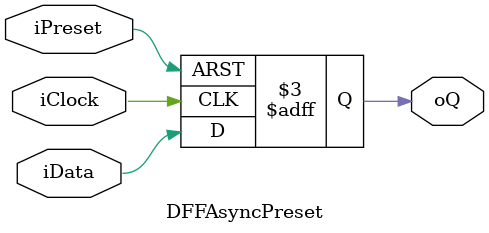
<source format=v>
/******************
	FileName	:	DFFAsyncPreset.v
	Author	:	daniel
	Description	:	Example of a rising edge flip-flop width asychronouse preset
	Revision	:	2017/12/20
	Company	:	***********
	code	:	Verilog-2001
************************/
module DFFAsyncPreset #(parameter DELAY = 1) (
input 	  iData,iPreset,iClock,
output reg oQ);
always @(posedge iClock, negedge iPreset)
	if(~iPreset)
		oQ <= #DELAY 1'b1;
	else
		oQ <= #DELAY iData;
endmodule
</source>
